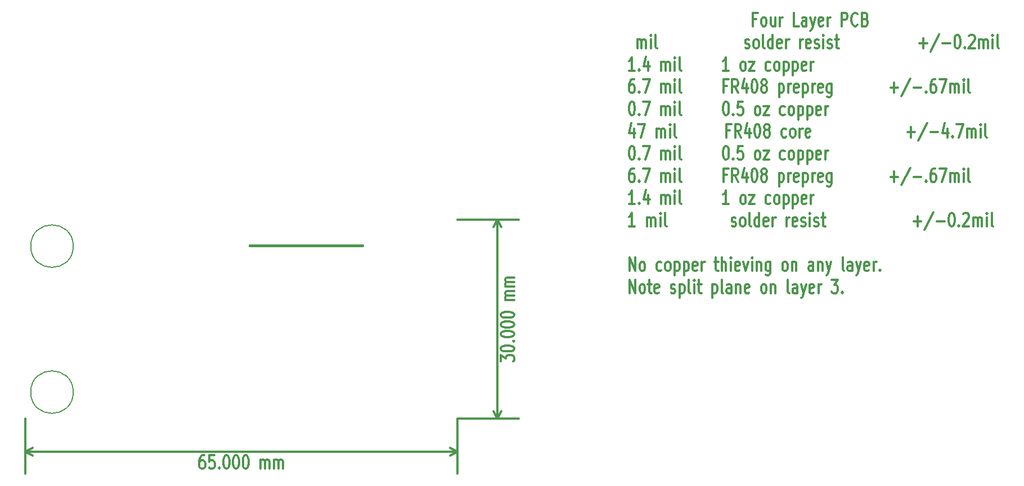
<source format=gbr>
G04 #@! TF.GenerationSoftware,KiCad,Pcbnew,(5.0.0)*
G04 #@! TF.CreationDate,2018-09-16T16:08:27-07:00*
G04 #@! TF.ProjectId,HamShieldMini1.2,48616D536869656C644D696E69312E32,rev?*
G04 #@! TF.SameCoordinates,PX459e440PY8f0d180*
G04 #@! TF.FileFunction,Other,Comment*
%FSLAX46Y46*%
G04 Gerber Fmt 4.6, Leading zero omitted, Abs format (unit mm)*
G04 Created by KiCad (PCBNEW (5.0.0)) date 09/16/18 16:08:27*
%MOMM*%
%LPD*%
G01*
G04 APERTURE LIST*
%ADD10C,0.381000*%
%ADD11C,0.304800*%
%ADD12C,0.150000*%
G04 APERTURE END LIST*
D10*
X33750000Y26100000D02*
X50700000Y26100000D01*
D11*
X71512838Y8613715D02*
X71512838Y9557143D01*
X72286933Y9049143D01*
X72286933Y9266858D01*
X72383695Y9412000D01*
X72480457Y9484572D01*
X72673980Y9557143D01*
X73157790Y9557143D01*
X73351314Y9484572D01*
X73448076Y9412000D01*
X73544838Y9266858D01*
X73544838Y8831429D01*
X73448076Y8686286D01*
X73351314Y8613715D01*
X71512838Y10500572D02*
X71512838Y10645715D01*
X71609600Y10790858D01*
X71706361Y10863429D01*
X71899885Y10936000D01*
X72286933Y11008572D01*
X72770742Y11008572D01*
X73157790Y10936000D01*
X73351314Y10863429D01*
X73448076Y10790858D01*
X73544838Y10645715D01*
X73544838Y10500572D01*
X73448076Y10355429D01*
X73351314Y10282858D01*
X73157790Y10210286D01*
X72770742Y10137715D01*
X72286933Y10137715D01*
X71899885Y10210286D01*
X71706361Y10282858D01*
X71609600Y10355429D01*
X71512838Y10500572D01*
X73351314Y11661715D02*
X73448076Y11734286D01*
X73544838Y11661715D01*
X73448076Y11589143D01*
X73351314Y11661715D01*
X73544838Y11661715D01*
X71512838Y12677715D02*
X71512838Y12822858D01*
X71609600Y12968000D01*
X71706361Y13040572D01*
X71899885Y13113143D01*
X72286933Y13185715D01*
X72770742Y13185715D01*
X73157790Y13113143D01*
X73351314Y13040572D01*
X73448076Y12968000D01*
X73544838Y12822858D01*
X73544838Y12677715D01*
X73448076Y12532572D01*
X73351314Y12460000D01*
X73157790Y12387429D01*
X72770742Y12314858D01*
X72286933Y12314858D01*
X71899885Y12387429D01*
X71706361Y12460000D01*
X71609600Y12532572D01*
X71512838Y12677715D01*
X71512838Y14129143D02*
X71512838Y14274286D01*
X71609600Y14419429D01*
X71706361Y14492000D01*
X71899885Y14564572D01*
X72286933Y14637143D01*
X72770742Y14637143D01*
X73157790Y14564572D01*
X73351314Y14492000D01*
X73448076Y14419429D01*
X73544838Y14274286D01*
X73544838Y14129143D01*
X73448076Y13984000D01*
X73351314Y13911429D01*
X73157790Y13838858D01*
X72770742Y13766286D01*
X72286933Y13766286D01*
X71899885Y13838858D01*
X71706361Y13911429D01*
X71609600Y13984000D01*
X71512838Y14129143D01*
X71512838Y15580572D02*
X71512838Y15725715D01*
X71609600Y15870858D01*
X71706361Y15943429D01*
X71899885Y16016000D01*
X72286933Y16088572D01*
X72770742Y16088572D01*
X73157790Y16016000D01*
X73351314Y15943429D01*
X73448076Y15870858D01*
X73544838Y15725715D01*
X73544838Y15580572D01*
X73448076Y15435429D01*
X73351314Y15362858D01*
X73157790Y15290286D01*
X72770742Y15217715D01*
X72286933Y15217715D01*
X71899885Y15290286D01*
X71706361Y15362858D01*
X71609600Y15435429D01*
X71512838Y15580572D01*
X73544838Y17902858D02*
X72190171Y17902858D01*
X72383695Y17902858D02*
X72286933Y17975429D01*
X72190171Y18120572D01*
X72190171Y18338286D01*
X72286933Y18483429D01*
X72480457Y18556000D01*
X73544838Y18556000D01*
X72480457Y18556000D02*
X72286933Y18628572D01*
X72190171Y18773715D01*
X72190171Y18991429D01*
X72286933Y19136572D01*
X72480457Y19209143D01*
X73544838Y19209143D01*
X73544838Y19934858D02*
X72190171Y19934858D01*
X72383695Y19934858D02*
X72286933Y20007429D01*
X72190171Y20152572D01*
X72190171Y20370286D01*
X72286933Y20515429D01*
X72480457Y20588000D01*
X73544838Y20588000D01*
X72480457Y20588000D02*
X72286933Y20660572D01*
X72190171Y20805715D01*
X72190171Y21023429D01*
X72286933Y21168572D01*
X72480457Y21241143D01*
X73544838Y21241143D01*
X71000000Y0D02*
X71000000Y30000000D01*
X65000000Y0D02*
X74251200Y0D01*
X65000000Y30000000D02*
X74251200Y30000000D01*
X71000000Y30000000D02*
X71586421Y28873496D01*
X71000000Y30000000D02*
X70413579Y28873496D01*
X71000000Y0D02*
X71586421Y1126504D01*
X71000000Y0D02*
X70413579Y1126504D01*
X26912000Y-5512838D02*
X26621714Y-5512838D01*
X26476571Y-5609600D01*
X26404000Y-5706361D01*
X26258857Y-5996647D01*
X26186285Y-6383695D01*
X26186285Y-7157790D01*
X26258857Y-7351314D01*
X26331428Y-7448076D01*
X26476571Y-7544838D01*
X26766857Y-7544838D01*
X26912000Y-7448076D01*
X26984571Y-7351314D01*
X27057142Y-7157790D01*
X27057142Y-6673980D01*
X26984571Y-6480457D01*
X26912000Y-6383695D01*
X26766857Y-6286933D01*
X26476571Y-6286933D01*
X26331428Y-6383695D01*
X26258857Y-6480457D01*
X26186285Y-6673980D01*
X28436000Y-5512838D02*
X27710285Y-5512838D01*
X27637714Y-6480457D01*
X27710285Y-6383695D01*
X27855428Y-6286933D01*
X28218285Y-6286933D01*
X28363428Y-6383695D01*
X28436000Y-6480457D01*
X28508571Y-6673980D01*
X28508571Y-7157790D01*
X28436000Y-7351314D01*
X28363428Y-7448076D01*
X28218285Y-7544838D01*
X27855428Y-7544838D01*
X27710285Y-7448076D01*
X27637714Y-7351314D01*
X29161714Y-7351314D02*
X29234285Y-7448076D01*
X29161714Y-7544838D01*
X29089142Y-7448076D01*
X29161714Y-7351314D01*
X29161714Y-7544838D01*
X30177714Y-5512838D02*
X30322857Y-5512838D01*
X30468000Y-5609600D01*
X30540571Y-5706361D01*
X30613142Y-5899885D01*
X30685714Y-6286933D01*
X30685714Y-6770742D01*
X30613142Y-7157790D01*
X30540571Y-7351314D01*
X30468000Y-7448076D01*
X30322857Y-7544838D01*
X30177714Y-7544838D01*
X30032571Y-7448076D01*
X29960000Y-7351314D01*
X29887428Y-7157790D01*
X29814857Y-6770742D01*
X29814857Y-6286933D01*
X29887428Y-5899885D01*
X29960000Y-5706361D01*
X30032571Y-5609600D01*
X30177714Y-5512838D01*
X31629142Y-5512838D02*
X31774285Y-5512838D01*
X31919428Y-5609600D01*
X31992000Y-5706361D01*
X32064571Y-5899885D01*
X32137142Y-6286933D01*
X32137142Y-6770742D01*
X32064571Y-7157790D01*
X31992000Y-7351314D01*
X31919428Y-7448076D01*
X31774285Y-7544838D01*
X31629142Y-7544838D01*
X31484000Y-7448076D01*
X31411428Y-7351314D01*
X31338857Y-7157790D01*
X31266285Y-6770742D01*
X31266285Y-6286933D01*
X31338857Y-5899885D01*
X31411428Y-5706361D01*
X31484000Y-5609600D01*
X31629142Y-5512838D01*
X33080571Y-5512838D02*
X33225714Y-5512838D01*
X33370857Y-5609600D01*
X33443428Y-5706361D01*
X33516000Y-5899885D01*
X33588571Y-6286933D01*
X33588571Y-6770742D01*
X33516000Y-7157790D01*
X33443428Y-7351314D01*
X33370857Y-7448076D01*
X33225714Y-7544838D01*
X33080571Y-7544838D01*
X32935428Y-7448076D01*
X32862857Y-7351314D01*
X32790285Y-7157790D01*
X32717714Y-6770742D01*
X32717714Y-6286933D01*
X32790285Y-5899885D01*
X32862857Y-5706361D01*
X32935428Y-5609600D01*
X33080571Y-5512838D01*
X35402857Y-7544838D02*
X35402857Y-6190171D01*
X35402857Y-6383695D02*
X35475428Y-6286933D01*
X35620571Y-6190171D01*
X35838285Y-6190171D01*
X35983428Y-6286933D01*
X36056000Y-6480457D01*
X36056000Y-7544838D01*
X36056000Y-6480457D02*
X36128571Y-6286933D01*
X36273714Y-6190171D01*
X36491428Y-6190171D01*
X36636571Y-6286933D01*
X36709142Y-6480457D01*
X36709142Y-7544838D01*
X37434857Y-7544838D02*
X37434857Y-6190171D01*
X37434857Y-6383695D02*
X37507428Y-6286933D01*
X37652571Y-6190171D01*
X37870285Y-6190171D01*
X38015428Y-6286933D01*
X38088000Y-6480457D01*
X38088000Y-7544838D01*
X38088000Y-6480457D02*
X38160571Y-6286933D01*
X38305714Y-6190171D01*
X38523428Y-6190171D01*
X38668571Y-6286933D01*
X38741142Y-6480457D01*
X38741142Y-7544838D01*
X0Y-5000000D02*
X65000000Y-5000000D01*
X0Y0D02*
X0Y-8251200D01*
X65000000Y0D02*
X65000000Y-8251200D01*
X65000000Y-5000000D02*
X63873496Y-5586421D01*
X65000000Y-5000000D02*
X63873496Y-4413579D01*
X0Y-5000000D02*
X1126504Y-5586421D01*
X0Y-5000000D02*
X1126504Y-4413579D01*
X109997262Y60211943D02*
X109489262Y60211943D01*
X109489262Y59147562D02*
X109489262Y61179562D01*
X110214977Y61179562D01*
X111013262Y59147562D02*
X110868120Y59244324D01*
X110795548Y59341086D01*
X110722977Y59534610D01*
X110722977Y60115181D01*
X110795548Y60308705D01*
X110868120Y60405467D01*
X111013262Y60502229D01*
X111230977Y60502229D01*
X111376120Y60405467D01*
X111448691Y60308705D01*
X111521262Y60115181D01*
X111521262Y59534610D01*
X111448691Y59341086D01*
X111376120Y59244324D01*
X111230977Y59147562D01*
X111013262Y59147562D01*
X112827548Y60502229D02*
X112827548Y59147562D01*
X112174405Y60502229D02*
X112174405Y59437848D01*
X112246977Y59244324D01*
X112392120Y59147562D01*
X112609834Y59147562D01*
X112754977Y59244324D01*
X112827548Y59341086D01*
X113553262Y59147562D02*
X113553262Y60502229D01*
X113553262Y60115181D02*
X113625834Y60308705D01*
X113698405Y60405467D01*
X113843548Y60502229D01*
X113988691Y60502229D01*
X116383548Y59147562D02*
X115657834Y59147562D01*
X115657834Y61179562D01*
X117544691Y59147562D02*
X117544691Y60211943D01*
X117472120Y60405467D01*
X117326977Y60502229D01*
X117036691Y60502229D01*
X116891548Y60405467D01*
X117544691Y59244324D02*
X117399548Y59147562D01*
X117036691Y59147562D01*
X116891548Y59244324D01*
X116818977Y59437848D01*
X116818977Y59631372D01*
X116891548Y59824896D01*
X117036691Y59921658D01*
X117399548Y59921658D01*
X117544691Y60018420D01*
X118125262Y60502229D02*
X118488120Y59147562D01*
X118850977Y60502229D02*
X118488120Y59147562D01*
X118342977Y58663753D01*
X118270405Y58566991D01*
X118125262Y58470229D01*
X120012120Y59244324D02*
X119866977Y59147562D01*
X119576691Y59147562D01*
X119431548Y59244324D01*
X119358977Y59437848D01*
X119358977Y60211943D01*
X119431548Y60405467D01*
X119576691Y60502229D01*
X119866977Y60502229D01*
X120012120Y60405467D01*
X120084691Y60211943D01*
X120084691Y60018420D01*
X119358977Y59824896D01*
X120737834Y59147562D02*
X120737834Y60502229D01*
X120737834Y60115181D02*
X120810405Y60308705D01*
X120882977Y60405467D01*
X121028120Y60502229D01*
X121173262Y60502229D01*
X122842405Y59147562D02*
X122842405Y61179562D01*
X123422977Y61179562D01*
X123568120Y61082800D01*
X123640691Y60986039D01*
X123713262Y60792515D01*
X123713262Y60502229D01*
X123640691Y60308705D01*
X123568120Y60211943D01*
X123422977Y60115181D01*
X122842405Y60115181D01*
X125237262Y59341086D02*
X125164691Y59244324D01*
X124946977Y59147562D01*
X124801834Y59147562D01*
X124584120Y59244324D01*
X124438977Y59437848D01*
X124366405Y59631372D01*
X124293834Y60018420D01*
X124293834Y60308705D01*
X124366405Y60695753D01*
X124438977Y60889277D01*
X124584120Y61082800D01*
X124801834Y61179562D01*
X124946977Y61179562D01*
X125164691Y61082800D01*
X125237262Y60986039D01*
X126398405Y60211943D02*
X126616120Y60115181D01*
X126688691Y60018420D01*
X126761262Y59824896D01*
X126761262Y59534610D01*
X126688691Y59341086D01*
X126616120Y59244324D01*
X126470977Y59147562D01*
X125890405Y59147562D01*
X125890405Y61179562D01*
X126398405Y61179562D01*
X126543548Y61082800D01*
X126616120Y60986039D01*
X126688691Y60792515D01*
X126688691Y60598991D01*
X126616120Y60405467D01*
X126543548Y60308705D01*
X126398405Y60211943D01*
X125890405Y60211943D01*
X92072120Y55794762D02*
X92072120Y57149429D01*
X92072120Y56955905D02*
X92144691Y57052667D01*
X92289834Y57149429D01*
X92507548Y57149429D01*
X92652691Y57052667D01*
X92725262Y56859143D01*
X92725262Y55794762D01*
X92725262Y56859143D02*
X92797834Y57052667D01*
X92942977Y57149429D01*
X93160691Y57149429D01*
X93305834Y57052667D01*
X93378405Y56859143D01*
X93378405Y55794762D01*
X94104120Y55794762D02*
X94104120Y57149429D01*
X94104120Y57826762D02*
X94031548Y57730000D01*
X94104120Y57633239D01*
X94176691Y57730000D01*
X94104120Y57826762D01*
X94104120Y57633239D01*
X95047548Y55794762D02*
X94902405Y55891524D01*
X94829834Y56085048D01*
X94829834Y57826762D01*
X108328120Y55891524D02*
X108473262Y55794762D01*
X108763548Y55794762D01*
X108908691Y55891524D01*
X108981262Y56085048D01*
X108981262Y56181810D01*
X108908691Y56375334D01*
X108763548Y56472096D01*
X108545834Y56472096D01*
X108400691Y56568858D01*
X108328120Y56762381D01*
X108328120Y56859143D01*
X108400691Y57052667D01*
X108545834Y57149429D01*
X108763548Y57149429D01*
X108908691Y57052667D01*
X109852120Y55794762D02*
X109706977Y55891524D01*
X109634405Y55988286D01*
X109561834Y56181810D01*
X109561834Y56762381D01*
X109634405Y56955905D01*
X109706977Y57052667D01*
X109852120Y57149429D01*
X110069834Y57149429D01*
X110214977Y57052667D01*
X110287548Y56955905D01*
X110360120Y56762381D01*
X110360120Y56181810D01*
X110287548Y55988286D01*
X110214977Y55891524D01*
X110069834Y55794762D01*
X109852120Y55794762D01*
X111230977Y55794762D02*
X111085834Y55891524D01*
X111013262Y56085048D01*
X111013262Y57826762D01*
X112464691Y55794762D02*
X112464691Y57826762D01*
X112464691Y55891524D02*
X112319548Y55794762D01*
X112029262Y55794762D01*
X111884120Y55891524D01*
X111811548Y55988286D01*
X111738977Y56181810D01*
X111738977Y56762381D01*
X111811548Y56955905D01*
X111884120Y57052667D01*
X112029262Y57149429D01*
X112319548Y57149429D01*
X112464691Y57052667D01*
X113770977Y55891524D02*
X113625834Y55794762D01*
X113335548Y55794762D01*
X113190405Y55891524D01*
X113117834Y56085048D01*
X113117834Y56859143D01*
X113190405Y57052667D01*
X113335548Y57149429D01*
X113625834Y57149429D01*
X113770977Y57052667D01*
X113843548Y56859143D01*
X113843548Y56665620D01*
X113117834Y56472096D01*
X114496691Y55794762D02*
X114496691Y57149429D01*
X114496691Y56762381D02*
X114569262Y56955905D01*
X114641834Y57052667D01*
X114786977Y57149429D01*
X114932120Y57149429D01*
X116601262Y55794762D02*
X116601262Y57149429D01*
X116601262Y56762381D02*
X116673834Y56955905D01*
X116746405Y57052667D01*
X116891548Y57149429D01*
X117036691Y57149429D01*
X118125262Y55891524D02*
X117980120Y55794762D01*
X117689834Y55794762D01*
X117544691Y55891524D01*
X117472120Y56085048D01*
X117472120Y56859143D01*
X117544691Y57052667D01*
X117689834Y57149429D01*
X117980120Y57149429D01*
X118125262Y57052667D01*
X118197834Y56859143D01*
X118197834Y56665620D01*
X117472120Y56472096D01*
X118778405Y55891524D02*
X118923548Y55794762D01*
X119213834Y55794762D01*
X119358977Y55891524D01*
X119431548Y56085048D01*
X119431548Y56181810D01*
X119358977Y56375334D01*
X119213834Y56472096D01*
X118996120Y56472096D01*
X118850977Y56568858D01*
X118778405Y56762381D01*
X118778405Y56859143D01*
X118850977Y57052667D01*
X118996120Y57149429D01*
X119213834Y57149429D01*
X119358977Y57052667D01*
X120084691Y55794762D02*
X120084691Y57149429D01*
X120084691Y57826762D02*
X120012120Y57730000D01*
X120084691Y57633239D01*
X120157262Y57730000D01*
X120084691Y57826762D01*
X120084691Y57633239D01*
X120737834Y55891524D02*
X120882977Y55794762D01*
X121173262Y55794762D01*
X121318405Y55891524D01*
X121390977Y56085048D01*
X121390977Y56181810D01*
X121318405Y56375334D01*
X121173262Y56472096D01*
X120955548Y56472096D01*
X120810405Y56568858D01*
X120737834Y56762381D01*
X120737834Y56859143D01*
X120810405Y57052667D01*
X120955548Y57149429D01*
X121173262Y57149429D01*
X121318405Y57052667D01*
X121826405Y57149429D02*
X122406977Y57149429D01*
X122044120Y57826762D02*
X122044120Y56085048D01*
X122116691Y55891524D01*
X122261834Y55794762D01*
X122406977Y55794762D01*
X134526405Y56568858D02*
X135687548Y56568858D01*
X135106977Y55794762D02*
X135106977Y57342953D01*
X137501834Y57923524D02*
X136195548Y55310953D01*
X138009834Y56568858D02*
X139170977Y56568858D01*
X140186977Y57826762D02*
X140332120Y57826762D01*
X140477262Y57730000D01*
X140549834Y57633239D01*
X140622405Y57439715D01*
X140694977Y57052667D01*
X140694977Y56568858D01*
X140622405Y56181810D01*
X140549834Y55988286D01*
X140477262Y55891524D01*
X140332120Y55794762D01*
X140186977Y55794762D01*
X140041834Y55891524D01*
X139969262Y55988286D01*
X139896691Y56181810D01*
X139824120Y56568858D01*
X139824120Y57052667D01*
X139896691Y57439715D01*
X139969262Y57633239D01*
X140041834Y57730000D01*
X140186977Y57826762D01*
X141348120Y55988286D02*
X141420691Y55891524D01*
X141348120Y55794762D01*
X141275548Y55891524D01*
X141348120Y55988286D01*
X141348120Y55794762D01*
X142001262Y57633239D02*
X142073834Y57730000D01*
X142218977Y57826762D01*
X142581834Y57826762D01*
X142726977Y57730000D01*
X142799548Y57633239D01*
X142872120Y57439715D01*
X142872120Y57246191D01*
X142799548Y56955905D01*
X141928691Y55794762D01*
X142872120Y55794762D01*
X143525262Y55794762D02*
X143525262Y57149429D01*
X143525262Y56955905D02*
X143597834Y57052667D01*
X143742977Y57149429D01*
X143960691Y57149429D01*
X144105834Y57052667D01*
X144178405Y56859143D01*
X144178405Y55794762D01*
X144178405Y56859143D02*
X144250977Y57052667D01*
X144396120Y57149429D01*
X144613834Y57149429D01*
X144758977Y57052667D01*
X144831548Y56859143D01*
X144831548Y55794762D01*
X145557262Y55794762D02*
X145557262Y57149429D01*
X145557262Y57826762D02*
X145484691Y57730000D01*
X145557262Y57633239D01*
X145629834Y57730000D01*
X145557262Y57826762D01*
X145557262Y57633239D01*
X146500691Y55794762D02*
X146355548Y55891524D01*
X146282977Y56085048D01*
X146282977Y57826762D01*
X91709262Y52441962D02*
X90838405Y52441962D01*
X91273834Y52441962D02*
X91273834Y54473962D01*
X91128691Y54183677D01*
X90983548Y53990153D01*
X90838405Y53893391D01*
X92362405Y52635486D02*
X92434977Y52538724D01*
X92362405Y52441962D01*
X92289834Y52538724D01*
X92362405Y52635486D01*
X92362405Y52441962D01*
X93741262Y53796629D02*
X93741262Y52441962D01*
X93378405Y54570724D02*
X93015548Y53119296D01*
X93958977Y53119296D01*
X95700691Y52441962D02*
X95700691Y53796629D01*
X95700691Y53603105D02*
X95773262Y53699867D01*
X95918405Y53796629D01*
X96136120Y53796629D01*
X96281262Y53699867D01*
X96353834Y53506343D01*
X96353834Y52441962D01*
X96353834Y53506343D02*
X96426405Y53699867D01*
X96571548Y53796629D01*
X96789262Y53796629D01*
X96934405Y53699867D01*
X97006977Y53506343D01*
X97006977Y52441962D01*
X97732691Y52441962D02*
X97732691Y53796629D01*
X97732691Y54473962D02*
X97660120Y54377200D01*
X97732691Y54280439D01*
X97805262Y54377200D01*
X97732691Y54473962D01*
X97732691Y54280439D01*
X98676120Y52441962D02*
X98530977Y52538724D01*
X98458405Y52732248D01*
X98458405Y54473962D01*
X105860691Y52441962D02*
X104989834Y52441962D01*
X105425262Y52441962D02*
X105425262Y54473962D01*
X105280120Y54183677D01*
X105134977Y53990153D01*
X104989834Y53893391D01*
X107892691Y52441962D02*
X107747548Y52538724D01*
X107674977Y52635486D01*
X107602405Y52829010D01*
X107602405Y53409581D01*
X107674977Y53603105D01*
X107747548Y53699867D01*
X107892691Y53796629D01*
X108110405Y53796629D01*
X108255548Y53699867D01*
X108328120Y53603105D01*
X108400691Y53409581D01*
X108400691Y52829010D01*
X108328120Y52635486D01*
X108255548Y52538724D01*
X108110405Y52441962D01*
X107892691Y52441962D01*
X108908691Y53796629D02*
X109706977Y53796629D01*
X108908691Y52441962D01*
X109706977Y52441962D01*
X112101834Y52538724D02*
X111956691Y52441962D01*
X111666405Y52441962D01*
X111521262Y52538724D01*
X111448691Y52635486D01*
X111376120Y52829010D01*
X111376120Y53409581D01*
X111448691Y53603105D01*
X111521262Y53699867D01*
X111666405Y53796629D01*
X111956691Y53796629D01*
X112101834Y53699867D01*
X112972691Y52441962D02*
X112827548Y52538724D01*
X112754977Y52635486D01*
X112682405Y52829010D01*
X112682405Y53409581D01*
X112754977Y53603105D01*
X112827548Y53699867D01*
X112972691Y53796629D01*
X113190405Y53796629D01*
X113335548Y53699867D01*
X113408120Y53603105D01*
X113480691Y53409581D01*
X113480691Y52829010D01*
X113408120Y52635486D01*
X113335548Y52538724D01*
X113190405Y52441962D01*
X112972691Y52441962D01*
X114133834Y53796629D02*
X114133834Y51764629D01*
X114133834Y53699867D02*
X114278977Y53796629D01*
X114569262Y53796629D01*
X114714405Y53699867D01*
X114786977Y53603105D01*
X114859548Y53409581D01*
X114859548Y52829010D01*
X114786977Y52635486D01*
X114714405Y52538724D01*
X114569262Y52441962D01*
X114278977Y52441962D01*
X114133834Y52538724D01*
X115512691Y53796629D02*
X115512691Y51764629D01*
X115512691Y53699867D02*
X115657834Y53796629D01*
X115948120Y53796629D01*
X116093262Y53699867D01*
X116165834Y53603105D01*
X116238405Y53409581D01*
X116238405Y52829010D01*
X116165834Y52635486D01*
X116093262Y52538724D01*
X115948120Y52441962D01*
X115657834Y52441962D01*
X115512691Y52538724D01*
X117472120Y52538724D02*
X117326977Y52441962D01*
X117036691Y52441962D01*
X116891548Y52538724D01*
X116818977Y52732248D01*
X116818977Y53506343D01*
X116891548Y53699867D01*
X117036691Y53796629D01*
X117326977Y53796629D01*
X117472120Y53699867D01*
X117544691Y53506343D01*
X117544691Y53312820D01*
X116818977Y53119296D01*
X118197834Y52441962D02*
X118197834Y53796629D01*
X118197834Y53409581D02*
X118270405Y53603105D01*
X118342977Y53699867D01*
X118488120Y53796629D01*
X118633262Y53796629D01*
X91564120Y51121162D02*
X91273834Y51121162D01*
X91128691Y51024400D01*
X91056120Y50927639D01*
X90910977Y50637353D01*
X90838405Y50250305D01*
X90838405Y49476210D01*
X90910977Y49282686D01*
X90983548Y49185924D01*
X91128691Y49089162D01*
X91418977Y49089162D01*
X91564120Y49185924D01*
X91636691Y49282686D01*
X91709262Y49476210D01*
X91709262Y49960020D01*
X91636691Y50153543D01*
X91564120Y50250305D01*
X91418977Y50347067D01*
X91128691Y50347067D01*
X90983548Y50250305D01*
X90910977Y50153543D01*
X90838405Y49960020D01*
X92362405Y49282686D02*
X92434977Y49185924D01*
X92362405Y49089162D01*
X92289834Y49185924D01*
X92362405Y49282686D01*
X92362405Y49089162D01*
X92942977Y51121162D02*
X93958977Y51121162D01*
X93305834Y49089162D01*
X95700691Y49089162D02*
X95700691Y50443829D01*
X95700691Y50250305D02*
X95773262Y50347067D01*
X95918405Y50443829D01*
X96136120Y50443829D01*
X96281262Y50347067D01*
X96353834Y50153543D01*
X96353834Y49089162D01*
X96353834Y50153543D02*
X96426405Y50347067D01*
X96571548Y50443829D01*
X96789262Y50443829D01*
X96934405Y50347067D01*
X97006977Y50153543D01*
X97006977Y49089162D01*
X97732691Y49089162D02*
X97732691Y50443829D01*
X97732691Y51121162D02*
X97660120Y51024400D01*
X97732691Y50927639D01*
X97805262Y51024400D01*
X97732691Y51121162D01*
X97732691Y50927639D01*
X98676120Y49089162D02*
X98530977Y49185924D01*
X98458405Y49379448D01*
X98458405Y51121162D01*
X105570405Y50153543D02*
X105062405Y50153543D01*
X105062405Y49089162D02*
X105062405Y51121162D01*
X105788120Y51121162D01*
X107239548Y49089162D02*
X106731548Y50056781D01*
X106368691Y49089162D02*
X106368691Y51121162D01*
X106949262Y51121162D01*
X107094405Y51024400D01*
X107166977Y50927639D01*
X107239548Y50734115D01*
X107239548Y50443829D01*
X107166977Y50250305D01*
X107094405Y50153543D01*
X106949262Y50056781D01*
X106368691Y50056781D01*
X108545834Y50443829D02*
X108545834Y49089162D01*
X108182977Y51217924D02*
X107820120Y49766496D01*
X108763548Y49766496D01*
X109634405Y51121162D02*
X109779548Y51121162D01*
X109924691Y51024400D01*
X109997262Y50927639D01*
X110069834Y50734115D01*
X110142405Y50347067D01*
X110142405Y49863258D01*
X110069834Y49476210D01*
X109997262Y49282686D01*
X109924691Y49185924D01*
X109779548Y49089162D01*
X109634405Y49089162D01*
X109489262Y49185924D01*
X109416691Y49282686D01*
X109344120Y49476210D01*
X109271548Y49863258D01*
X109271548Y50347067D01*
X109344120Y50734115D01*
X109416691Y50927639D01*
X109489262Y51024400D01*
X109634405Y51121162D01*
X111013262Y50250305D02*
X110868120Y50347067D01*
X110795548Y50443829D01*
X110722977Y50637353D01*
X110722977Y50734115D01*
X110795548Y50927639D01*
X110868120Y51024400D01*
X111013262Y51121162D01*
X111303548Y51121162D01*
X111448691Y51024400D01*
X111521262Y50927639D01*
X111593834Y50734115D01*
X111593834Y50637353D01*
X111521262Y50443829D01*
X111448691Y50347067D01*
X111303548Y50250305D01*
X111013262Y50250305D01*
X110868120Y50153543D01*
X110795548Y50056781D01*
X110722977Y49863258D01*
X110722977Y49476210D01*
X110795548Y49282686D01*
X110868120Y49185924D01*
X111013262Y49089162D01*
X111303548Y49089162D01*
X111448691Y49185924D01*
X111521262Y49282686D01*
X111593834Y49476210D01*
X111593834Y49863258D01*
X111521262Y50056781D01*
X111448691Y50153543D01*
X111303548Y50250305D01*
X113408120Y50443829D02*
X113408120Y48411829D01*
X113408120Y50347067D02*
X113553262Y50443829D01*
X113843548Y50443829D01*
X113988691Y50347067D01*
X114061262Y50250305D01*
X114133834Y50056781D01*
X114133834Y49476210D01*
X114061262Y49282686D01*
X113988691Y49185924D01*
X113843548Y49089162D01*
X113553262Y49089162D01*
X113408120Y49185924D01*
X114786977Y49089162D02*
X114786977Y50443829D01*
X114786977Y50056781D02*
X114859548Y50250305D01*
X114932120Y50347067D01*
X115077262Y50443829D01*
X115222405Y50443829D01*
X116310977Y49185924D02*
X116165834Y49089162D01*
X115875548Y49089162D01*
X115730405Y49185924D01*
X115657834Y49379448D01*
X115657834Y50153543D01*
X115730405Y50347067D01*
X115875548Y50443829D01*
X116165834Y50443829D01*
X116310977Y50347067D01*
X116383548Y50153543D01*
X116383548Y49960020D01*
X115657834Y49766496D01*
X117036691Y50443829D02*
X117036691Y48411829D01*
X117036691Y50347067D02*
X117181834Y50443829D01*
X117472120Y50443829D01*
X117617262Y50347067D01*
X117689834Y50250305D01*
X117762405Y50056781D01*
X117762405Y49476210D01*
X117689834Y49282686D01*
X117617262Y49185924D01*
X117472120Y49089162D01*
X117181834Y49089162D01*
X117036691Y49185924D01*
X118415548Y49089162D02*
X118415548Y50443829D01*
X118415548Y50056781D02*
X118488120Y50250305D01*
X118560691Y50347067D01*
X118705834Y50443829D01*
X118850977Y50443829D01*
X119939548Y49185924D02*
X119794405Y49089162D01*
X119504120Y49089162D01*
X119358977Y49185924D01*
X119286405Y49379448D01*
X119286405Y50153543D01*
X119358977Y50347067D01*
X119504120Y50443829D01*
X119794405Y50443829D01*
X119939548Y50347067D01*
X120012120Y50153543D01*
X120012120Y49960020D01*
X119286405Y49766496D01*
X121318405Y50443829D02*
X121318405Y48798877D01*
X121245834Y48605353D01*
X121173262Y48508591D01*
X121028120Y48411829D01*
X120810405Y48411829D01*
X120665262Y48508591D01*
X121318405Y49185924D02*
X121173262Y49089162D01*
X120882977Y49089162D01*
X120737834Y49185924D01*
X120665262Y49282686D01*
X120592691Y49476210D01*
X120592691Y50056781D01*
X120665262Y50250305D01*
X120737834Y50347067D01*
X120882977Y50443829D01*
X121173262Y50443829D01*
X121318405Y50347067D01*
X130172120Y49863258D02*
X131333262Y49863258D01*
X130752691Y49089162D02*
X130752691Y50637353D01*
X133147548Y51217924D02*
X131841262Y48605353D01*
X133655548Y49863258D02*
X134816691Y49863258D01*
X135542405Y49282686D02*
X135614977Y49185924D01*
X135542405Y49089162D01*
X135469834Y49185924D01*
X135542405Y49282686D01*
X135542405Y49089162D01*
X136921262Y51121162D02*
X136630977Y51121162D01*
X136485834Y51024400D01*
X136413262Y50927639D01*
X136268120Y50637353D01*
X136195548Y50250305D01*
X136195548Y49476210D01*
X136268120Y49282686D01*
X136340691Y49185924D01*
X136485834Y49089162D01*
X136776120Y49089162D01*
X136921262Y49185924D01*
X136993834Y49282686D01*
X137066405Y49476210D01*
X137066405Y49960020D01*
X136993834Y50153543D01*
X136921262Y50250305D01*
X136776120Y50347067D01*
X136485834Y50347067D01*
X136340691Y50250305D01*
X136268120Y50153543D01*
X136195548Y49960020D01*
X137574405Y51121162D02*
X138590405Y51121162D01*
X137937262Y49089162D01*
X139170977Y49089162D02*
X139170977Y50443829D01*
X139170977Y50250305D02*
X139243548Y50347067D01*
X139388691Y50443829D01*
X139606405Y50443829D01*
X139751548Y50347067D01*
X139824120Y50153543D01*
X139824120Y49089162D01*
X139824120Y50153543D02*
X139896691Y50347067D01*
X140041834Y50443829D01*
X140259548Y50443829D01*
X140404691Y50347067D01*
X140477262Y50153543D01*
X140477262Y49089162D01*
X141202977Y49089162D02*
X141202977Y50443829D01*
X141202977Y51121162D02*
X141130405Y51024400D01*
X141202977Y50927639D01*
X141275548Y51024400D01*
X141202977Y51121162D01*
X141202977Y50927639D01*
X142146405Y49089162D02*
X142001262Y49185924D01*
X141928691Y49379448D01*
X141928691Y51121162D01*
X91201262Y47768362D02*
X91346405Y47768362D01*
X91491548Y47671600D01*
X91564120Y47574839D01*
X91636691Y47381315D01*
X91709262Y46994267D01*
X91709262Y46510458D01*
X91636691Y46123410D01*
X91564120Y45929886D01*
X91491548Y45833124D01*
X91346405Y45736362D01*
X91201262Y45736362D01*
X91056120Y45833124D01*
X90983548Y45929886D01*
X90910977Y46123410D01*
X90838405Y46510458D01*
X90838405Y46994267D01*
X90910977Y47381315D01*
X90983548Y47574839D01*
X91056120Y47671600D01*
X91201262Y47768362D01*
X92362405Y45929886D02*
X92434977Y45833124D01*
X92362405Y45736362D01*
X92289834Y45833124D01*
X92362405Y45929886D01*
X92362405Y45736362D01*
X92942977Y47768362D02*
X93958977Y47768362D01*
X93305834Y45736362D01*
X95700691Y45736362D02*
X95700691Y47091029D01*
X95700691Y46897505D02*
X95773262Y46994267D01*
X95918405Y47091029D01*
X96136120Y47091029D01*
X96281262Y46994267D01*
X96353834Y46800743D01*
X96353834Y45736362D01*
X96353834Y46800743D02*
X96426405Y46994267D01*
X96571548Y47091029D01*
X96789262Y47091029D01*
X96934405Y46994267D01*
X97006977Y46800743D01*
X97006977Y45736362D01*
X97732691Y45736362D02*
X97732691Y47091029D01*
X97732691Y47768362D02*
X97660120Y47671600D01*
X97732691Y47574839D01*
X97805262Y47671600D01*
X97732691Y47768362D01*
X97732691Y47574839D01*
X98676120Y45736362D02*
X98530977Y45833124D01*
X98458405Y46026648D01*
X98458405Y47768362D01*
X105352691Y47768362D02*
X105497834Y47768362D01*
X105642977Y47671600D01*
X105715548Y47574839D01*
X105788120Y47381315D01*
X105860691Y46994267D01*
X105860691Y46510458D01*
X105788120Y46123410D01*
X105715548Y45929886D01*
X105642977Y45833124D01*
X105497834Y45736362D01*
X105352691Y45736362D01*
X105207548Y45833124D01*
X105134977Y45929886D01*
X105062405Y46123410D01*
X104989834Y46510458D01*
X104989834Y46994267D01*
X105062405Y47381315D01*
X105134977Y47574839D01*
X105207548Y47671600D01*
X105352691Y47768362D01*
X106513834Y45929886D02*
X106586405Y45833124D01*
X106513834Y45736362D01*
X106441262Y45833124D01*
X106513834Y45929886D01*
X106513834Y45736362D01*
X107965262Y47768362D02*
X107239548Y47768362D01*
X107166977Y46800743D01*
X107239548Y46897505D01*
X107384691Y46994267D01*
X107747548Y46994267D01*
X107892691Y46897505D01*
X107965262Y46800743D01*
X108037834Y46607220D01*
X108037834Y46123410D01*
X107965262Y45929886D01*
X107892691Y45833124D01*
X107747548Y45736362D01*
X107384691Y45736362D01*
X107239548Y45833124D01*
X107166977Y45929886D01*
X110069834Y45736362D02*
X109924691Y45833124D01*
X109852120Y45929886D01*
X109779548Y46123410D01*
X109779548Y46703981D01*
X109852120Y46897505D01*
X109924691Y46994267D01*
X110069834Y47091029D01*
X110287548Y47091029D01*
X110432691Y46994267D01*
X110505262Y46897505D01*
X110577834Y46703981D01*
X110577834Y46123410D01*
X110505262Y45929886D01*
X110432691Y45833124D01*
X110287548Y45736362D01*
X110069834Y45736362D01*
X111085834Y47091029D02*
X111884120Y47091029D01*
X111085834Y45736362D01*
X111884120Y45736362D01*
X114278977Y45833124D02*
X114133834Y45736362D01*
X113843548Y45736362D01*
X113698405Y45833124D01*
X113625834Y45929886D01*
X113553262Y46123410D01*
X113553262Y46703981D01*
X113625834Y46897505D01*
X113698405Y46994267D01*
X113843548Y47091029D01*
X114133834Y47091029D01*
X114278977Y46994267D01*
X115149834Y45736362D02*
X115004691Y45833124D01*
X114932120Y45929886D01*
X114859548Y46123410D01*
X114859548Y46703981D01*
X114932120Y46897505D01*
X115004691Y46994267D01*
X115149834Y47091029D01*
X115367548Y47091029D01*
X115512691Y46994267D01*
X115585262Y46897505D01*
X115657834Y46703981D01*
X115657834Y46123410D01*
X115585262Y45929886D01*
X115512691Y45833124D01*
X115367548Y45736362D01*
X115149834Y45736362D01*
X116310977Y47091029D02*
X116310977Y45059029D01*
X116310977Y46994267D02*
X116456120Y47091029D01*
X116746405Y47091029D01*
X116891548Y46994267D01*
X116964120Y46897505D01*
X117036691Y46703981D01*
X117036691Y46123410D01*
X116964120Y45929886D01*
X116891548Y45833124D01*
X116746405Y45736362D01*
X116456120Y45736362D01*
X116310977Y45833124D01*
X117689834Y47091029D02*
X117689834Y45059029D01*
X117689834Y46994267D02*
X117834977Y47091029D01*
X118125262Y47091029D01*
X118270405Y46994267D01*
X118342977Y46897505D01*
X118415548Y46703981D01*
X118415548Y46123410D01*
X118342977Y45929886D01*
X118270405Y45833124D01*
X118125262Y45736362D01*
X117834977Y45736362D01*
X117689834Y45833124D01*
X119649262Y45833124D02*
X119504120Y45736362D01*
X119213834Y45736362D01*
X119068691Y45833124D01*
X118996120Y46026648D01*
X118996120Y46800743D01*
X119068691Y46994267D01*
X119213834Y47091029D01*
X119504120Y47091029D01*
X119649262Y46994267D01*
X119721834Y46800743D01*
X119721834Y46607220D01*
X118996120Y46413696D01*
X120374977Y45736362D02*
X120374977Y47091029D01*
X120374977Y46703981D02*
X120447548Y46897505D01*
X120520120Y46994267D01*
X120665262Y47091029D01*
X120810405Y47091029D01*
X91564120Y43738229D02*
X91564120Y42383562D01*
X91201262Y44512324D02*
X90838405Y43060896D01*
X91781834Y43060896D01*
X92217262Y44415562D02*
X93233262Y44415562D01*
X92580120Y42383562D01*
X94974977Y42383562D02*
X94974977Y43738229D01*
X94974977Y43544705D02*
X95047548Y43641467D01*
X95192691Y43738229D01*
X95410405Y43738229D01*
X95555548Y43641467D01*
X95628120Y43447943D01*
X95628120Y42383562D01*
X95628120Y43447943D02*
X95700691Y43641467D01*
X95845834Y43738229D01*
X96063548Y43738229D01*
X96208691Y43641467D01*
X96281262Y43447943D01*
X96281262Y42383562D01*
X97006977Y42383562D02*
X97006977Y43738229D01*
X97006977Y44415562D02*
X96934405Y44318800D01*
X97006977Y44222039D01*
X97079548Y44318800D01*
X97006977Y44415562D01*
X97006977Y44222039D01*
X97950405Y42383562D02*
X97805262Y42480324D01*
X97732691Y42673848D01*
X97732691Y44415562D01*
X106005834Y43447943D02*
X105497834Y43447943D01*
X105497834Y42383562D02*
X105497834Y44415562D01*
X106223548Y44415562D01*
X107674977Y42383562D02*
X107166977Y43351181D01*
X106804120Y42383562D02*
X106804120Y44415562D01*
X107384691Y44415562D01*
X107529834Y44318800D01*
X107602405Y44222039D01*
X107674977Y44028515D01*
X107674977Y43738229D01*
X107602405Y43544705D01*
X107529834Y43447943D01*
X107384691Y43351181D01*
X106804120Y43351181D01*
X108981262Y43738229D02*
X108981262Y42383562D01*
X108618405Y44512324D02*
X108255548Y43060896D01*
X109198977Y43060896D01*
X110069834Y44415562D02*
X110214977Y44415562D01*
X110360120Y44318800D01*
X110432691Y44222039D01*
X110505262Y44028515D01*
X110577834Y43641467D01*
X110577834Y43157658D01*
X110505262Y42770610D01*
X110432691Y42577086D01*
X110360120Y42480324D01*
X110214977Y42383562D01*
X110069834Y42383562D01*
X109924691Y42480324D01*
X109852120Y42577086D01*
X109779548Y42770610D01*
X109706977Y43157658D01*
X109706977Y43641467D01*
X109779548Y44028515D01*
X109852120Y44222039D01*
X109924691Y44318800D01*
X110069834Y44415562D01*
X111448691Y43544705D02*
X111303548Y43641467D01*
X111230977Y43738229D01*
X111158405Y43931753D01*
X111158405Y44028515D01*
X111230977Y44222039D01*
X111303548Y44318800D01*
X111448691Y44415562D01*
X111738977Y44415562D01*
X111884120Y44318800D01*
X111956691Y44222039D01*
X112029262Y44028515D01*
X112029262Y43931753D01*
X111956691Y43738229D01*
X111884120Y43641467D01*
X111738977Y43544705D01*
X111448691Y43544705D01*
X111303548Y43447943D01*
X111230977Y43351181D01*
X111158405Y43157658D01*
X111158405Y42770610D01*
X111230977Y42577086D01*
X111303548Y42480324D01*
X111448691Y42383562D01*
X111738977Y42383562D01*
X111884120Y42480324D01*
X111956691Y42577086D01*
X112029262Y42770610D01*
X112029262Y43157658D01*
X111956691Y43351181D01*
X111884120Y43447943D01*
X111738977Y43544705D01*
X114496691Y42480324D02*
X114351548Y42383562D01*
X114061262Y42383562D01*
X113916120Y42480324D01*
X113843548Y42577086D01*
X113770977Y42770610D01*
X113770977Y43351181D01*
X113843548Y43544705D01*
X113916120Y43641467D01*
X114061262Y43738229D01*
X114351548Y43738229D01*
X114496691Y43641467D01*
X115367548Y42383562D02*
X115222405Y42480324D01*
X115149834Y42577086D01*
X115077262Y42770610D01*
X115077262Y43351181D01*
X115149834Y43544705D01*
X115222405Y43641467D01*
X115367548Y43738229D01*
X115585262Y43738229D01*
X115730405Y43641467D01*
X115802977Y43544705D01*
X115875548Y43351181D01*
X115875548Y42770610D01*
X115802977Y42577086D01*
X115730405Y42480324D01*
X115585262Y42383562D01*
X115367548Y42383562D01*
X116528691Y42383562D02*
X116528691Y43738229D01*
X116528691Y43351181D02*
X116601262Y43544705D01*
X116673834Y43641467D01*
X116818977Y43738229D01*
X116964120Y43738229D01*
X118052691Y42480324D02*
X117907548Y42383562D01*
X117617262Y42383562D01*
X117472120Y42480324D01*
X117399548Y42673848D01*
X117399548Y43447943D01*
X117472120Y43641467D01*
X117617262Y43738229D01*
X117907548Y43738229D01*
X118052691Y43641467D01*
X118125262Y43447943D01*
X118125262Y43254420D01*
X117399548Y43060896D01*
X132712120Y43157658D02*
X133873262Y43157658D01*
X133292691Y42383562D02*
X133292691Y43931753D01*
X135687548Y44512324D02*
X134381262Y41899753D01*
X136195548Y43157658D02*
X137356691Y43157658D01*
X138735548Y43738229D02*
X138735548Y42383562D01*
X138372691Y44512324D02*
X138009834Y43060896D01*
X138953262Y43060896D01*
X139533834Y42577086D02*
X139606405Y42480324D01*
X139533834Y42383562D01*
X139461262Y42480324D01*
X139533834Y42577086D01*
X139533834Y42383562D01*
X140114405Y44415562D02*
X141130405Y44415562D01*
X140477262Y42383562D01*
X141710977Y42383562D02*
X141710977Y43738229D01*
X141710977Y43544705D02*
X141783548Y43641467D01*
X141928691Y43738229D01*
X142146405Y43738229D01*
X142291548Y43641467D01*
X142364120Y43447943D01*
X142364120Y42383562D01*
X142364120Y43447943D02*
X142436691Y43641467D01*
X142581834Y43738229D01*
X142799548Y43738229D01*
X142944691Y43641467D01*
X143017262Y43447943D01*
X143017262Y42383562D01*
X143742977Y42383562D02*
X143742977Y43738229D01*
X143742977Y44415562D02*
X143670405Y44318800D01*
X143742977Y44222039D01*
X143815548Y44318800D01*
X143742977Y44415562D01*
X143742977Y44222039D01*
X144686405Y42383562D02*
X144541262Y42480324D01*
X144468691Y42673848D01*
X144468691Y44415562D01*
X91201262Y41062762D02*
X91346405Y41062762D01*
X91491548Y40966000D01*
X91564120Y40869239D01*
X91636691Y40675715D01*
X91709262Y40288667D01*
X91709262Y39804858D01*
X91636691Y39417810D01*
X91564120Y39224286D01*
X91491548Y39127524D01*
X91346405Y39030762D01*
X91201262Y39030762D01*
X91056120Y39127524D01*
X90983548Y39224286D01*
X90910977Y39417810D01*
X90838405Y39804858D01*
X90838405Y40288667D01*
X90910977Y40675715D01*
X90983548Y40869239D01*
X91056120Y40966000D01*
X91201262Y41062762D01*
X92362405Y39224286D02*
X92434977Y39127524D01*
X92362405Y39030762D01*
X92289834Y39127524D01*
X92362405Y39224286D01*
X92362405Y39030762D01*
X92942977Y41062762D02*
X93958977Y41062762D01*
X93305834Y39030762D01*
X95700691Y39030762D02*
X95700691Y40385429D01*
X95700691Y40191905D02*
X95773262Y40288667D01*
X95918405Y40385429D01*
X96136120Y40385429D01*
X96281262Y40288667D01*
X96353834Y40095143D01*
X96353834Y39030762D01*
X96353834Y40095143D02*
X96426405Y40288667D01*
X96571548Y40385429D01*
X96789262Y40385429D01*
X96934405Y40288667D01*
X97006977Y40095143D01*
X97006977Y39030762D01*
X97732691Y39030762D02*
X97732691Y40385429D01*
X97732691Y41062762D02*
X97660120Y40966000D01*
X97732691Y40869239D01*
X97805262Y40966000D01*
X97732691Y41062762D01*
X97732691Y40869239D01*
X98676120Y39030762D02*
X98530977Y39127524D01*
X98458405Y39321048D01*
X98458405Y41062762D01*
X105352691Y41062762D02*
X105497834Y41062762D01*
X105642977Y40966000D01*
X105715548Y40869239D01*
X105788120Y40675715D01*
X105860691Y40288667D01*
X105860691Y39804858D01*
X105788120Y39417810D01*
X105715548Y39224286D01*
X105642977Y39127524D01*
X105497834Y39030762D01*
X105352691Y39030762D01*
X105207548Y39127524D01*
X105134977Y39224286D01*
X105062405Y39417810D01*
X104989834Y39804858D01*
X104989834Y40288667D01*
X105062405Y40675715D01*
X105134977Y40869239D01*
X105207548Y40966000D01*
X105352691Y41062762D01*
X106513834Y39224286D02*
X106586405Y39127524D01*
X106513834Y39030762D01*
X106441262Y39127524D01*
X106513834Y39224286D01*
X106513834Y39030762D01*
X107965262Y41062762D02*
X107239548Y41062762D01*
X107166977Y40095143D01*
X107239548Y40191905D01*
X107384691Y40288667D01*
X107747548Y40288667D01*
X107892691Y40191905D01*
X107965262Y40095143D01*
X108037834Y39901620D01*
X108037834Y39417810D01*
X107965262Y39224286D01*
X107892691Y39127524D01*
X107747548Y39030762D01*
X107384691Y39030762D01*
X107239548Y39127524D01*
X107166977Y39224286D01*
X110069834Y39030762D02*
X109924691Y39127524D01*
X109852120Y39224286D01*
X109779548Y39417810D01*
X109779548Y39998381D01*
X109852120Y40191905D01*
X109924691Y40288667D01*
X110069834Y40385429D01*
X110287548Y40385429D01*
X110432691Y40288667D01*
X110505262Y40191905D01*
X110577834Y39998381D01*
X110577834Y39417810D01*
X110505262Y39224286D01*
X110432691Y39127524D01*
X110287548Y39030762D01*
X110069834Y39030762D01*
X111085834Y40385429D02*
X111884120Y40385429D01*
X111085834Y39030762D01*
X111884120Y39030762D01*
X114278977Y39127524D02*
X114133834Y39030762D01*
X113843548Y39030762D01*
X113698405Y39127524D01*
X113625834Y39224286D01*
X113553262Y39417810D01*
X113553262Y39998381D01*
X113625834Y40191905D01*
X113698405Y40288667D01*
X113843548Y40385429D01*
X114133834Y40385429D01*
X114278977Y40288667D01*
X115149834Y39030762D02*
X115004691Y39127524D01*
X114932120Y39224286D01*
X114859548Y39417810D01*
X114859548Y39998381D01*
X114932120Y40191905D01*
X115004691Y40288667D01*
X115149834Y40385429D01*
X115367548Y40385429D01*
X115512691Y40288667D01*
X115585262Y40191905D01*
X115657834Y39998381D01*
X115657834Y39417810D01*
X115585262Y39224286D01*
X115512691Y39127524D01*
X115367548Y39030762D01*
X115149834Y39030762D01*
X116310977Y40385429D02*
X116310977Y38353429D01*
X116310977Y40288667D02*
X116456120Y40385429D01*
X116746405Y40385429D01*
X116891548Y40288667D01*
X116964120Y40191905D01*
X117036691Y39998381D01*
X117036691Y39417810D01*
X116964120Y39224286D01*
X116891548Y39127524D01*
X116746405Y39030762D01*
X116456120Y39030762D01*
X116310977Y39127524D01*
X117689834Y40385429D02*
X117689834Y38353429D01*
X117689834Y40288667D02*
X117834977Y40385429D01*
X118125262Y40385429D01*
X118270405Y40288667D01*
X118342977Y40191905D01*
X118415548Y39998381D01*
X118415548Y39417810D01*
X118342977Y39224286D01*
X118270405Y39127524D01*
X118125262Y39030762D01*
X117834977Y39030762D01*
X117689834Y39127524D01*
X119649262Y39127524D02*
X119504120Y39030762D01*
X119213834Y39030762D01*
X119068691Y39127524D01*
X118996120Y39321048D01*
X118996120Y40095143D01*
X119068691Y40288667D01*
X119213834Y40385429D01*
X119504120Y40385429D01*
X119649262Y40288667D01*
X119721834Y40095143D01*
X119721834Y39901620D01*
X118996120Y39708096D01*
X120374977Y39030762D02*
X120374977Y40385429D01*
X120374977Y39998381D02*
X120447548Y40191905D01*
X120520120Y40288667D01*
X120665262Y40385429D01*
X120810405Y40385429D01*
X91564120Y37709962D02*
X91273834Y37709962D01*
X91128691Y37613200D01*
X91056120Y37516439D01*
X90910977Y37226153D01*
X90838405Y36839105D01*
X90838405Y36065010D01*
X90910977Y35871486D01*
X90983548Y35774724D01*
X91128691Y35677962D01*
X91418977Y35677962D01*
X91564120Y35774724D01*
X91636691Y35871486D01*
X91709262Y36065010D01*
X91709262Y36548820D01*
X91636691Y36742343D01*
X91564120Y36839105D01*
X91418977Y36935867D01*
X91128691Y36935867D01*
X90983548Y36839105D01*
X90910977Y36742343D01*
X90838405Y36548820D01*
X92362405Y35871486D02*
X92434977Y35774724D01*
X92362405Y35677962D01*
X92289834Y35774724D01*
X92362405Y35871486D01*
X92362405Y35677962D01*
X92942977Y37709962D02*
X93958977Y37709962D01*
X93305834Y35677962D01*
X95700691Y35677962D02*
X95700691Y37032629D01*
X95700691Y36839105D02*
X95773262Y36935867D01*
X95918405Y37032629D01*
X96136120Y37032629D01*
X96281262Y36935867D01*
X96353834Y36742343D01*
X96353834Y35677962D01*
X96353834Y36742343D02*
X96426405Y36935867D01*
X96571548Y37032629D01*
X96789262Y37032629D01*
X96934405Y36935867D01*
X97006977Y36742343D01*
X97006977Y35677962D01*
X97732691Y35677962D02*
X97732691Y37032629D01*
X97732691Y37709962D02*
X97660120Y37613200D01*
X97732691Y37516439D01*
X97805262Y37613200D01*
X97732691Y37709962D01*
X97732691Y37516439D01*
X98676120Y35677962D02*
X98530977Y35774724D01*
X98458405Y35968248D01*
X98458405Y37709962D01*
X105570405Y36742343D02*
X105062405Y36742343D01*
X105062405Y35677962D02*
X105062405Y37709962D01*
X105788120Y37709962D01*
X107239548Y35677962D02*
X106731548Y36645581D01*
X106368691Y35677962D02*
X106368691Y37709962D01*
X106949262Y37709962D01*
X107094405Y37613200D01*
X107166977Y37516439D01*
X107239548Y37322915D01*
X107239548Y37032629D01*
X107166977Y36839105D01*
X107094405Y36742343D01*
X106949262Y36645581D01*
X106368691Y36645581D01*
X108545834Y37032629D02*
X108545834Y35677962D01*
X108182977Y37806724D02*
X107820120Y36355296D01*
X108763548Y36355296D01*
X109634405Y37709962D02*
X109779548Y37709962D01*
X109924691Y37613200D01*
X109997262Y37516439D01*
X110069834Y37322915D01*
X110142405Y36935867D01*
X110142405Y36452058D01*
X110069834Y36065010D01*
X109997262Y35871486D01*
X109924691Y35774724D01*
X109779548Y35677962D01*
X109634405Y35677962D01*
X109489262Y35774724D01*
X109416691Y35871486D01*
X109344120Y36065010D01*
X109271548Y36452058D01*
X109271548Y36935867D01*
X109344120Y37322915D01*
X109416691Y37516439D01*
X109489262Y37613200D01*
X109634405Y37709962D01*
X111013262Y36839105D02*
X110868120Y36935867D01*
X110795548Y37032629D01*
X110722977Y37226153D01*
X110722977Y37322915D01*
X110795548Y37516439D01*
X110868120Y37613200D01*
X111013262Y37709962D01*
X111303548Y37709962D01*
X111448691Y37613200D01*
X111521262Y37516439D01*
X111593834Y37322915D01*
X111593834Y37226153D01*
X111521262Y37032629D01*
X111448691Y36935867D01*
X111303548Y36839105D01*
X111013262Y36839105D01*
X110868120Y36742343D01*
X110795548Y36645581D01*
X110722977Y36452058D01*
X110722977Y36065010D01*
X110795548Y35871486D01*
X110868120Y35774724D01*
X111013262Y35677962D01*
X111303548Y35677962D01*
X111448691Y35774724D01*
X111521262Y35871486D01*
X111593834Y36065010D01*
X111593834Y36452058D01*
X111521262Y36645581D01*
X111448691Y36742343D01*
X111303548Y36839105D01*
X113408120Y37032629D02*
X113408120Y35000629D01*
X113408120Y36935867D02*
X113553262Y37032629D01*
X113843548Y37032629D01*
X113988691Y36935867D01*
X114061262Y36839105D01*
X114133834Y36645581D01*
X114133834Y36065010D01*
X114061262Y35871486D01*
X113988691Y35774724D01*
X113843548Y35677962D01*
X113553262Y35677962D01*
X113408120Y35774724D01*
X114786977Y35677962D02*
X114786977Y37032629D01*
X114786977Y36645581D02*
X114859548Y36839105D01*
X114932120Y36935867D01*
X115077262Y37032629D01*
X115222405Y37032629D01*
X116310977Y35774724D02*
X116165834Y35677962D01*
X115875548Y35677962D01*
X115730405Y35774724D01*
X115657834Y35968248D01*
X115657834Y36742343D01*
X115730405Y36935867D01*
X115875548Y37032629D01*
X116165834Y37032629D01*
X116310977Y36935867D01*
X116383548Y36742343D01*
X116383548Y36548820D01*
X115657834Y36355296D01*
X117036691Y37032629D02*
X117036691Y35000629D01*
X117036691Y36935867D02*
X117181834Y37032629D01*
X117472120Y37032629D01*
X117617262Y36935867D01*
X117689834Y36839105D01*
X117762405Y36645581D01*
X117762405Y36065010D01*
X117689834Y35871486D01*
X117617262Y35774724D01*
X117472120Y35677962D01*
X117181834Y35677962D01*
X117036691Y35774724D01*
X118415548Y35677962D02*
X118415548Y37032629D01*
X118415548Y36645581D02*
X118488120Y36839105D01*
X118560691Y36935867D01*
X118705834Y37032629D01*
X118850977Y37032629D01*
X119939548Y35774724D02*
X119794405Y35677962D01*
X119504120Y35677962D01*
X119358977Y35774724D01*
X119286405Y35968248D01*
X119286405Y36742343D01*
X119358977Y36935867D01*
X119504120Y37032629D01*
X119794405Y37032629D01*
X119939548Y36935867D01*
X120012120Y36742343D01*
X120012120Y36548820D01*
X119286405Y36355296D01*
X121318405Y37032629D02*
X121318405Y35387677D01*
X121245834Y35194153D01*
X121173262Y35097391D01*
X121028120Y35000629D01*
X120810405Y35000629D01*
X120665262Y35097391D01*
X121318405Y35774724D02*
X121173262Y35677962D01*
X120882977Y35677962D01*
X120737834Y35774724D01*
X120665262Y35871486D01*
X120592691Y36065010D01*
X120592691Y36645581D01*
X120665262Y36839105D01*
X120737834Y36935867D01*
X120882977Y37032629D01*
X121173262Y37032629D01*
X121318405Y36935867D01*
X130172120Y36452058D02*
X131333262Y36452058D01*
X130752691Y35677962D02*
X130752691Y37226153D01*
X133147548Y37806724D02*
X131841262Y35194153D01*
X133655548Y36452058D02*
X134816691Y36452058D01*
X135542405Y35871486D02*
X135614977Y35774724D01*
X135542405Y35677962D01*
X135469834Y35774724D01*
X135542405Y35871486D01*
X135542405Y35677962D01*
X136921262Y37709962D02*
X136630977Y37709962D01*
X136485834Y37613200D01*
X136413262Y37516439D01*
X136268120Y37226153D01*
X136195548Y36839105D01*
X136195548Y36065010D01*
X136268120Y35871486D01*
X136340691Y35774724D01*
X136485834Y35677962D01*
X136776120Y35677962D01*
X136921262Y35774724D01*
X136993834Y35871486D01*
X137066405Y36065010D01*
X137066405Y36548820D01*
X136993834Y36742343D01*
X136921262Y36839105D01*
X136776120Y36935867D01*
X136485834Y36935867D01*
X136340691Y36839105D01*
X136268120Y36742343D01*
X136195548Y36548820D01*
X137574405Y37709962D02*
X138590405Y37709962D01*
X137937262Y35677962D01*
X139170977Y35677962D02*
X139170977Y37032629D01*
X139170977Y36839105D02*
X139243548Y36935867D01*
X139388691Y37032629D01*
X139606405Y37032629D01*
X139751548Y36935867D01*
X139824120Y36742343D01*
X139824120Y35677962D01*
X139824120Y36742343D02*
X139896691Y36935867D01*
X140041834Y37032629D01*
X140259548Y37032629D01*
X140404691Y36935867D01*
X140477262Y36742343D01*
X140477262Y35677962D01*
X141202977Y35677962D02*
X141202977Y37032629D01*
X141202977Y37709962D02*
X141130405Y37613200D01*
X141202977Y37516439D01*
X141275548Y37613200D01*
X141202977Y37709962D01*
X141202977Y37516439D01*
X142146405Y35677962D02*
X142001262Y35774724D01*
X141928691Y35968248D01*
X141928691Y37709962D01*
X91709262Y32325162D02*
X90838405Y32325162D01*
X91273834Y32325162D02*
X91273834Y34357162D01*
X91128691Y34066877D01*
X90983548Y33873353D01*
X90838405Y33776591D01*
X92362405Y32518686D02*
X92434977Y32421924D01*
X92362405Y32325162D01*
X92289834Y32421924D01*
X92362405Y32518686D01*
X92362405Y32325162D01*
X93741262Y33679829D02*
X93741262Y32325162D01*
X93378405Y34453924D02*
X93015548Y33002496D01*
X93958977Y33002496D01*
X95700691Y32325162D02*
X95700691Y33679829D01*
X95700691Y33486305D02*
X95773262Y33583067D01*
X95918405Y33679829D01*
X96136120Y33679829D01*
X96281262Y33583067D01*
X96353834Y33389543D01*
X96353834Y32325162D01*
X96353834Y33389543D02*
X96426405Y33583067D01*
X96571548Y33679829D01*
X96789262Y33679829D01*
X96934405Y33583067D01*
X97006977Y33389543D01*
X97006977Y32325162D01*
X97732691Y32325162D02*
X97732691Y33679829D01*
X97732691Y34357162D02*
X97660120Y34260400D01*
X97732691Y34163639D01*
X97805262Y34260400D01*
X97732691Y34357162D01*
X97732691Y34163639D01*
X98676120Y32325162D02*
X98530977Y32421924D01*
X98458405Y32615448D01*
X98458405Y34357162D01*
X105860691Y32325162D02*
X104989834Y32325162D01*
X105425262Y32325162D02*
X105425262Y34357162D01*
X105280120Y34066877D01*
X105134977Y33873353D01*
X104989834Y33776591D01*
X107892691Y32325162D02*
X107747548Y32421924D01*
X107674977Y32518686D01*
X107602405Y32712210D01*
X107602405Y33292781D01*
X107674977Y33486305D01*
X107747548Y33583067D01*
X107892691Y33679829D01*
X108110405Y33679829D01*
X108255548Y33583067D01*
X108328120Y33486305D01*
X108400691Y33292781D01*
X108400691Y32712210D01*
X108328120Y32518686D01*
X108255548Y32421924D01*
X108110405Y32325162D01*
X107892691Y32325162D01*
X108908691Y33679829D02*
X109706977Y33679829D01*
X108908691Y32325162D01*
X109706977Y32325162D01*
X112101834Y32421924D02*
X111956691Y32325162D01*
X111666405Y32325162D01*
X111521262Y32421924D01*
X111448691Y32518686D01*
X111376120Y32712210D01*
X111376120Y33292781D01*
X111448691Y33486305D01*
X111521262Y33583067D01*
X111666405Y33679829D01*
X111956691Y33679829D01*
X112101834Y33583067D01*
X112972691Y32325162D02*
X112827548Y32421924D01*
X112754977Y32518686D01*
X112682405Y32712210D01*
X112682405Y33292781D01*
X112754977Y33486305D01*
X112827548Y33583067D01*
X112972691Y33679829D01*
X113190405Y33679829D01*
X113335548Y33583067D01*
X113408120Y33486305D01*
X113480691Y33292781D01*
X113480691Y32712210D01*
X113408120Y32518686D01*
X113335548Y32421924D01*
X113190405Y32325162D01*
X112972691Y32325162D01*
X114133834Y33679829D02*
X114133834Y31647829D01*
X114133834Y33583067D02*
X114278977Y33679829D01*
X114569262Y33679829D01*
X114714405Y33583067D01*
X114786977Y33486305D01*
X114859548Y33292781D01*
X114859548Y32712210D01*
X114786977Y32518686D01*
X114714405Y32421924D01*
X114569262Y32325162D01*
X114278977Y32325162D01*
X114133834Y32421924D01*
X115512691Y33679829D02*
X115512691Y31647829D01*
X115512691Y33583067D02*
X115657834Y33679829D01*
X115948120Y33679829D01*
X116093262Y33583067D01*
X116165834Y33486305D01*
X116238405Y33292781D01*
X116238405Y32712210D01*
X116165834Y32518686D01*
X116093262Y32421924D01*
X115948120Y32325162D01*
X115657834Y32325162D01*
X115512691Y32421924D01*
X117472120Y32421924D02*
X117326977Y32325162D01*
X117036691Y32325162D01*
X116891548Y32421924D01*
X116818977Y32615448D01*
X116818977Y33389543D01*
X116891548Y33583067D01*
X117036691Y33679829D01*
X117326977Y33679829D01*
X117472120Y33583067D01*
X117544691Y33389543D01*
X117544691Y33196020D01*
X116818977Y33002496D01*
X118197834Y32325162D02*
X118197834Y33679829D01*
X118197834Y33292781D02*
X118270405Y33486305D01*
X118342977Y33583067D01*
X118488120Y33679829D01*
X118633262Y33679829D01*
X91709262Y28972362D02*
X90838405Y28972362D01*
X91273834Y28972362D02*
X91273834Y31004362D01*
X91128691Y30714077D01*
X90983548Y30520553D01*
X90838405Y30423791D01*
X93523548Y28972362D02*
X93523548Y30327029D01*
X93523548Y30133505D02*
X93596120Y30230267D01*
X93741262Y30327029D01*
X93958977Y30327029D01*
X94104120Y30230267D01*
X94176691Y30036743D01*
X94176691Y28972362D01*
X94176691Y30036743D02*
X94249262Y30230267D01*
X94394405Y30327029D01*
X94612120Y30327029D01*
X94757262Y30230267D01*
X94829834Y30036743D01*
X94829834Y28972362D01*
X95555548Y28972362D02*
X95555548Y30327029D01*
X95555548Y31004362D02*
X95482977Y30907600D01*
X95555548Y30810839D01*
X95628120Y30907600D01*
X95555548Y31004362D01*
X95555548Y30810839D01*
X96498977Y28972362D02*
X96353834Y29069124D01*
X96281262Y29262648D01*
X96281262Y31004362D01*
X106296120Y29069124D02*
X106441262Y28972362D01*
X106731548Y28972362D01*
X106876691Y29069124D01*
X106949262Y29262648D01*
X106949262Y29359410D01*
X106876691Y29552934D01*
X106731548Y29649696D01*
X106513834Y29649696D01*
X106368691Y29746458D01*
X106296120Y29939981D01*
X106296120Y30036743D01*
X106368691Y30230267D01*
X106513834Y30327029D01*
X106731548Y30327029D01*
X106876691Y30230267D01*
X107820120Y28972362D02*
X107674977Y29069124D01*
X107602405Y29165886D01*
X107529834Y29359410D01*
X107529834Y29939981D01*
X107602405Y30133505D01*
X107674977Y30230267D01*
X107820120Y30327029D01*
X108037834Y30327029D01*
X108182977Y30230267D01*
X108255548Y30133505D01*
X108328120Y29939981D01*
X108328120Y29359410D01*
X108255548Y29165886D01*
X108182977Y29069124D01*
X108037834Y28972362D01*
X107820120Y28972362D01*
X109198977Y28972362D02*
X109053834Y29069124D01*
X108981262Y29262648D01*
X108981262Y31004362D01*
X110432691Y28972362D02*
X110432691Y31004362D01*
X110432691Y29069124D02*
X110287548Y28972362D01*
X109997262Y28972362D01*
X109852120Y29069124D01*
X109779548Y29165886D01*
X109706977Y29359410D01*
X109706977Y29939981D01*
X109779548Y30133505D01*
X109852120Y30230267D01*
X109997262Y30327029D01*
X110287548Y30327029D01*
X110432691Y30230267D01*
X111738977Y29069124D02*
X111593834Y28972362D01*
X111303548Y28972362D01*
X111158405Y29069124D01*
X111085834Y29262648D01*
X111085834Y30036743D01*
X111158405Y30230267D01*
X111303548Y30327029D01*
X111593834Y30327029D01*
X111738977Y30230267D01*
X111811548Y30036743D01*
X111811548Y29843220D01*
X111085834Y29649696D01*
X112464691Y28972362D02*
X112464691Y30327029D01*
X112464691Y29939981D02*
X112537262Y30133505D01*
X112609834Y30230267D01*
X112754977Y30327029D01*
X112900120Y30327029D01*
X114569262Y28972362D02*
X114569262Y30327029D01*
X114569262Y29939981D02*
X114641834Y30133505D01*
X114714405Y30230267D01*
X114859548Y30327029D01*
X115004691Y30327029D01*
X116093262Y29069124D02*
X115948120Y28972362D01*
X115657834Y28972362D01*
X115512691Y29069124D01*
X115440120Y29262648D01*
X115440120Y30036743D01*
X115512691Y30230267D01*
X115657834Y30327029D01*
X115948120Y30327029D01*
X116093262Y30230267D01*
X116165834Y30036743D01*
X116165834Y29843220D01*
X115440120Y29649696D01*
X116746405Y29069124D02*
X116891548Y28972362D01*
X117181834Y28972362D01*
X117326977Y29069124D01*
X117399548Y29262648D01*
X117399548Y29359410D01*
X117326977Y29552934D01*
X117181834Y29649696D01*
X116964120Y29649696D01*
X116818977Y29746458D01*
X116746405Y29939981D01*
X116746405Y30036743D01*
X116818977Y30230267D01*
X116964120Y30327029D01*
X117181834Y30327029D01*
X117326977Y30230267D01*
X118052691Y28972362D02*
X118052691Y30327029D01*
X118052691Y31004362D02*
X117980120Y30907600D01*
X118052691Y30810839D01*
X118125262Y30907600D01*
X118052691Y31004362D01*
X118052691Y30810839D01*
X118705834Y29069124D02*
X118850977Y28972362D01*
X119141262Y28972362D01*
X119286405Y29069124D01*
X119358977Y29262648D01*
X119358977Y29359410D01*
X119286405Y29552934D01*
X119141262Y29649696D01*
X118923548Y29649696D01*
X118778405Y29746458D01*
X118705834Y29939981D01*
X118705834Y30036743D01*
X118778405Y30230267D01*
X118923548Y30327029D01*
X119141262Y30327029D01*
X119286405Y30230267D01*
X119794405Y30327029D02*
X120374977Y30327029D01*
X120012120Y31004362D02*
X120012120Y29262648D01*
X120084691Y29069124D01*
X120229834Y28972362D01*
X120374977Y28972362D01*
X133655548Y29746458D02*
X134816691Y29746458D01*
X134236120Y28972362D02*
X134236120Y30520553D01*
X136630977Y31101124D02*
X135324691Y28488553D01*
X137138977Y29746458D02*
X138300120Y29746458D01*
X139316120Y31004362D02*
X139461262Y31004362D01*
X139606405Y30907600D01*
X139678977Y30810839D01*
X139751548Y30617315D01*
X139824120Y30230267D01*
X139824120Y29746458D01*
X139751548Y29359410D01*
X139678977Y29165886D01*
X139606405Y29069124D01*
X139461262Y28972362D01*
X139316120Y28972362D01*
X139170977Y29069124D01*
X139098405Y29165886D01*
X139025834Y29359410D01*
X138953262Y29746458D01*
X138953262Y30230267D01*
X139025834Y30617315D01*
X139098405Y30810839D01*
X139170977Y30907600D01*
X139316120Y31004362D01*
X140477262Y29165886D02*
X140549834Y29069124D01*
X140477262Y28972362D01*
X140404691Y29069124D01*
X140477262Y29165886D01*
X140477262Y28972362D01*
X141130405Y30810839D02*
X141202977Y30907600D01*
X141348120Y31004362D01*
X141710977Y31004362D01*
X141856120Y30907600D01*
X141928691Y30810839D01*
X142001262Y30617315D01*
X142001262Y30423791D01*
X141928691Y30133505D01*
X141057834Y28972362D01*
X142001262Y28972362D01*
X142654405Y28972362D02*
X142654405Y30327029D01*
X142654405Y30133505D02*
X142726977Y30230267D01*
X142872120Y30327029D01*
X143089834Y30327029D01*
X143234977Y30230267D01*
X143307548Y30036743D01*
X143307548Y28972362D01*
X143307548Y30036743D02*
X143380120Y30230267D01*
X143525262Y30327029D01*
X143742977Y30327029D01*
X143888120Y30230267D01*
X143960691Y30036743D01*
X143960691Y28972362D01*
X144686405Y28972362D02*
X144686405Y30327029D01*
X144686405Y31004362D02*
X144613834Y30907600D01*
X144686405Y30810839D01*
X144758977Y30907600D01*
X144686405Y31004362D01*
X144686405Y30810839D01*
X145629834Y28972362D02*
X145484691Y29069124D01*
X145412120Y29262648D01*
X145412120Y31004362D01*
X90910977Y22266762D02*
X90910977Y24298762D01*
X91781834Y22266762D01*
X91781834Y24298762D01*
X92725262Y22266762D02*
X92580120Y22363524D01*
X92507548Y22460286D01*
X92434977Y22653810D01*
X92434977Y23234381D01*
X92507548Y23427905D01*
X92580120Y23524667D01*
X92725262Y23621429D01*
X92942977Y23621429D01*
X93088120Y23524667D01*
X93160691Y23427905D01*
X93233262Y23234381D01*
X93233262Y22653810D01*
X93160691Y22460286D01*
X93088120Y22363524D01*
X92942977Y22266762D01*
X92725262Y22266762D01*
X95700691Y22363524D02*
X95555548Y22266762D01*
X95265262Y22266762D01*
X95120120Y22363524D01*
X95047548Y22460286D01*
X94974977Y22653810D01*
X94974977Y23234381D01*
X95047548Y23427905D01*
X95120120Y23524667D01*
X95265262Y23621429D01*
X95555548Y23621429D01*
X95700691Y23524667D01*
X96571548Y22266762D02*
X96426405Y22363524D01*
X96353834Y22460286D01*
X96281262Y22653810D01*
X96281262Y23234381D01*
X96353834Y23427905D01*
X96426405Y23524667D01*
X96571548Y23621429D01*
X96789262Y23621429D01*
X96934405Y23524667D01*
X97006977Y23427905D01*
X97079548Y23234381D01*
X97079548Y22653810D01*
X97006977Y22460286D01*
X96934405Y22363524D01*
X96789262Y22266762D01*
X96571548Y22266762D01*
X97732691Y23621429D02*
X97732691Y21589429D01*
X97732691Y23524667D02*
X97877834Y23621429D01*
X98168120Y23621429D01*
X98313262Y23524667D01*
X98385834Y23427905D01*
X98458405Y23234381D01*
X98458405Y22653810D01*
X98385834Y22460286D01*
X98313262Y22363524D01*
X98168120Y22266762D01*
X97877834Y22266762D01*
X97732691Y22363524D01*
X99111548Y23621429D02*
X99111548Y21589429D01*
X99111548Y23524667D02*
X99256691Y23621429D01*
X99546977Y23621429D01*
X99692120Y23524667D01*
X99764691Y23427905D01*
X99837262Y23234381D01*
X99837262Y22653810D01*
X99764691Y22460286D01*
X99692120Y22363524D01*
X99546977Y22266762D01*
X99256691Y22266762D01*
X99111548Y22363524D01*
X101070977Y22363524D02*
X100925834Y22266762D01*
X100635548Y22266762D01*
X100490405Y22363524D01*
X100417834Y22557048D01*
X100417834Y23331143D01*
X100490405Y23524667D01*
X100635548Y23621429D01*
X100925834Y23621429D01*
X101070977Y23524667D01*
X101143548Y23331143D01*
X101143548Y23137620D01*
X100417834Y22944096D01*
X101796691Y22266762D02*
X101796691Y23621429D01*
X101796691Y23234381D02*
X101869262Y23427905D01*
X101941834Y23524667D01*
X102086977Y23621429D01*
X102232120Y23621429D01*
X103683548Y23621429D02*
X104264120Y23621429D01*
X103901262Y24298762D02*
X103901262Y22557048D01*
X103973834Y22363524D01*
X104118977Y22266762D01*
X104264120Y22266762D01*
X104772120Y22266762D02*
X104772120Y24298762D01*
X105425262Y22266762D02*
X105425262Y23331143D01*
X105352691Y23524667D01*
X105207548Y23621429D01*
X104989834Y23621429D01*
X104844691Y23524667D01*
X104772120Y23427905D01*
X106150977Y22266762D02*
X106150977Y23621429D01*
X106150977Y24298762D02*
X106078405Y24202000D01*
X106150977Y24105239D01*
X106223548Y24202000D01*
X106150977Y24298762D01*
X106150977Y24105239D01*
X107457262Y22363524D02*
X107312120Y22266762D01*
X107021834Y22266762D01*
X106876691Y22363524D01*
X106804120Y22557048D01*
X106804120Y23331143D01*
X106876691Y23524667D01*
X107021834Y23621429D01*
X107312120Y23621429D01*
X107457262Y23524667D01*
X107529834Y23331143D01*
X107529834Y23137620D01*
X106804120Y22944096D01*
X108037834Y23621429D02*
X108400691Y22266762D01*
X108763548Y23621429D01*
X109344120Y22266762D02*
X109344120Y23621429D01*
X109344120Y24298762D02*
X109271548Y24202000D01*
X109344120Y24105239D01*
X109416691Y24202000D01*
X109344120Y24298762D01*
X109344120Y24105239D01*
X110069834Y23621429D02*
X110069834Y22266762D01*
X110069834Y23427905D02*
X110142405Y23524667D01*
X110287548Y23621429D01*
X110505262Y23621429D01*
X110650405Y23524667D01*
X110722977Y23331143D01*
X110722977Y22266762D01*
X112101834Y23621429D02*
X112101834Y21976477D01*
X112029262Y21782953D01*
X111956691Y21686191D01*
X111811548Y21589429D01*
X111593834Y21589429D01*
X111448691Y21686191D01*
X112101834Y22363524D02*
X111956691Y22266762D01*
X111666405Y22266762D01*
X111521262Y22363524D01*
X111448691Y22460286D01*
X111376120Y22653810D01*
X111376120Y23234381D01*
X111448691Y23427905D01*
X111521262Y23524667D01*
X111666405Y23621429D01*
X111956691Y23621429D01*
X112101834Y23524667D01*
X114206405Y22266762D02*
X114061262Y22363524D01*
X113988691Y22460286D01*
X113916120Y22653810D01*
X113916120Y23234381D01*
X113988691Y23427905D01*
X114061262Y23524667D01*
X114206405Y23621429D01*
X114424120Y23621429D01*
X114569262Y23524667D01*
X114641834Y23427905D01*
X114714405Y23234381D01*
X114714405Y22653810D01*
X114641834Y22460286D01*
X114569262Y22363524D01*
X114424120Y22266762D01*
X114206405Y22266762D01*
X115367548Y23621429D02*
X115367548Y22266762D01*
X115367548Y23427905D02*
X115440120Y23524667D01*
X115585262Y23621429D01*
X115802977Y23621429D01*
X115948120Y23524667D01*
X116020691Y23331143D01*
X116020691Y22266762D01*
X118560691Y22266762D02*
X118560691Y23331143D01*
X118488120Y23524667D01*
X118342977Y23621429D01*
X118052691Y23621429D01*
X117907548Y23524667D01*
X118560691Y22363524D02*
X118415548Y22266762D01*
X118052691Y22266762D01*
X117907548Y22363524D01*
X117834977Y22557048D01*
X117834977Y22750572D01*
X117907548Y22944096D01*
X118052691Y23040858D01*
X118415548Y23040858D01*
X118560691Y23137620D01*
X119286405Y23621429D02*
X119286405Y22266762D01*
X119286405Y23427905D02*
X119358977Y23524667D01*
X119504120Y23621429D01*
X119721834Y23621429D01*
X119866977Y23524667D01*
X119939548Y23331143D01*
X119939548Y22266762D01*
X120520120Y23621429D02*
X120882977Y22266762D01*
X121245834Y23621429D02*
X120882977Y22266762D01*
X120737834Y21782953D01*
X120665262Y21686191D01*
X120520120Y21589429D01*
X123205262Y22266762D02*
X123060120Y22363524D01*
X122987548Y22557048D01*
X122987548Y24298762D01*
X124438977Y22266762D02*
X124438977Y23331143D01*
X124366405Y23524667D01*
X124221262Y23621429D01*
X123930977Y23621429D01*
X123785834Y23524667D01*
X124438977Y22363524D02*
X124293834Y22266762D01*
X123930977Y22266762D01*
X123785834Y22363524D01*
X123713262Y22557048D01*
X123713262Y22750572D01*
X123785834Y22944096D01*
X123930977Y23040858D01*
X124293834Y23040858D01*
X124438977Y23137620D01*
X125019548Y23621429D02*
X125382405Y22266762D01*
X125745262Y23621429D02*
X125382405Y22266762D01*
X125237262Y21782953D01*
X125164691Y21686191D01*
X125019548Y21589429D01*
X126906405Y22363524D02*
X126761262Y22266762D01*
X126470977Y22266762D01*
X126325834Y22363524D01*
X126253262Y22557048D01*
X126253262Y23331143D01*
X126325834Y23524667D01*
X126470977Y23621429D01*
X126761262Y23621429D01*
X126906405Y23524667D01*
X126978977Y23331143D01*
X126978977Y23137620D01*
X126253262Y22944096D01*
X127632120Y22266762D02*
X127632120Y23621429D01*
X127632120Y23234381D02*
X127704691Y23427905D01*
X127777262Y23524667D01*
X127922405Y23621429D01*
X128067548Y23621429D01*
X128575548Y22460286D02*
X128648120Y22363524D01*
X128575548Y22266762D01*
X128502977Y22363524D01*
X128575548Y22460286D01*
X128575548Y22266762D01*
X90910977Y18913962D02*
X90910977Y20945962D01*
X91781834Y18913962D01*
X91781834Y20945962D01*
X92725262Y18913962D02*
X92580120Y19010724D01*
X92507548Y19107486D01*
X92434977Y19301010D01*
X92434977Y19881581D01*
X92507548Y20075105D01*
X92580120Y20171867D01*
X92725262Y20268629D01*
X92942977Y20268629D01*
X93088120Y20171867D01*
X93160691Y20075105D01*
X93233262Y19881581D01*
X93233262Y19301010D01*
X93160691Y19107486D01*
X93088120Y19010724D01*
X92942977Y18913962D01*
X92725262Y18913962D01*
X93668691Y20268629D02*
X94249262Y20268629D01*
X93886405Y20945962D02*
X93886405Y19204248D01*
X93958977Y19010724D01*
X94104120Y18913962D01*
X94249262Y18913962D01*
X95337834Y19010724D02*
X95192691Y18913962D01*
X94902405Y18913962D01*
X94757262Y19010724D01*
X94684691Y19204248D01*
X94684691Y19978343D01*
X94757262Y20171867D01*
X94902405Y20268629D01*
X95192691Y20268629D01*
X95337834Y20171867D01*
X95410405Y19978343D01*
X95410405Y19784820D01*
X94684691Y19591296D01*
X97152120Y19010724D02*
X97297262Y18913962D01*
X97587548Y18913962D01*
X97732691Y19010724D01*
X97805262Y19204248D01*
X97805262Y19301010D01*
X97732691Y19494534D01*
X97587548Y19591296D01*
X97369834Y19591296D01*
X97224691Y19688058D01*
X97152120Y19881581D01*
X97152120Y19978343D01*
X97224691Y20171867D01*
X97369834Y20268629D01*
X97587548Y20268629D01*
X97732691Y20171867D01*
X98458405Y20268629D02*
X98458405Y18236629D01*
X98458405Y20171867D02*
X98603548Y20268629D01*
X98893834Y20268629D01*
X99038977Y20171867D01*
X99111548Y20075105D01*
X99184120Y19881581D01*
X99184120Y19301010D01*
X99111548Y19107486D01*
X99038977Y19010724D01*
X98893834Y18913962D01*
X98603548Y18913962D01*
X98458405Y19010724D01*
X100054977Y18913962D02*
X99909834Y19010724D01*
X99837262Y19204248D01*
X99837262Y20945962D01*
X100635548Y18913962D02*
X100635548Y20268629D01*
X100635548Y20945962D02*
X100562977Y20849200D01*
X100635548Y20752439D01*
X100708120Y20849200D01*
X100635548Y20945962D01*
X100635548Y20752439D01*
X101143548Y20268629D02*
X101724120Y20268629D01*
X101361262Y20945962D02*
X101361262Y19204248D01*
X101433834Y19010724D01*
X101578977Y18913962D01*
X101724120Y18913962D01*
X103393262Y20268629D02*
X103393262Y18236629D01*
X103393262Y20171867D02*
X103538405Y20268629D01*
X103828691Y20268629D01*
X103973834Y20171867D01*
X104046405Y20075105D01*
X104118977Y19881581D01*
X104118977Y19301010D01*
X104046405Y19107486D01*
X103973834Y19010724D01*
X103828691Y18913962D01*
X103538405Y18913962D01*
X103393262Y19010724D01*
X104989834Y18913962D02*
X104844691Y19010724D01*
X104772120Y19204248D01*
X104772120Y20945962D01*
X106223548Y18913962D02*
X106223548Y19978343D01*
X106150977Y20171867D01*
X106005834Y20268629D01*
X105715548Y20268629D01*
X105570405Y20171867D01*
X106223548Y19010724D02*
X106078405Y18913962D01*
X105715548Y18913962D01*
X105570405Y19010724D01*
X105497834Y19204248D01*
X105497834Y19397772D01*
X105570405Y19591296D01*
X105715548Y19688058D01*
X106078405Y19688058D01*
X106223548Y19784820D01*
X106949262Y20268629D02*
X106949262Y18913962D01*
X106949262Y20075105D02*
X107021834Y20171867D01*
X107166977Y20268629D01*
X107384691Y20268629D01*
X107529834Y20171867D01*
X107602405Y19978343D01*
X107602405Y18913962D01*
X108908691Y19010724D02*
X108763548Y18913962D01*
X108473262Y18913962D01*
X108328120Y19010724D01*
X108255548Y19204248D01*
X108255548Y19978343D01*
X108328120Y20171867D01*
X108473262Y20268629D01*
X108763548Y20268629D01*
X108908691Y20171867D01*
X108981262Y19978343D01*
X108981262Y19784820D01*
X108255548Y19591296D01*
X111013262Y18913962D02*
X110868120Y19010724D01*
X110795548Y19107486D01*
X110722977Y19301010D01*
X110722977Y19881581D01*
X110795548Y20075105D01*
X110868120Y20171867D01*
X111013262Y20268629D01*
X111230977Y20268629D01*
X111376120Y20171867D01*
X111448691Y20075105D01*
X111521262Y19881581D01*
X111521262Y19301010D01*
X111448691Y19107486D01*
X111376120Y19010724D01*
X111230977Y18913962D01*
X111013262Y18913962D01*
X112174405Y20268629D02*
X112174405Y18913962D01*
X112174405Y20075105D02*
X112246977Y20171867D01*
X112392120Y20268629D01*
X112609834Y20268629D01*
X112754977Y20171867D01*
X112827548Y19978343D01*
X112827548Y18913962D01*
X114932120Y18913962D02*
X114786977Y19010724D01*
X114714405Y19204248D01*
X114714405Y20945962D01*
X116165834Y18913962D02*
X116165834Y19978343D01*
X116093262Y20171867D01*
X115948120Y20268629D01*
X115657834Y20268629D01*
X115512691Y20171867D01*
X116165834Y19010724D02*
X116020691Y18913962D01*
X115657834Y18913962D01*
X115512691Y19010724D01*
X115440120Y19204248D01*
X115440120Y19397772D01*
X115512691Y19591296D01*
X115657834Y19688058D01*
X116020691Y19688058D01*
X116165834Y19784820D01*
X116746405Y20268629D02*
X117109262Y18913962D01*
X117472120Y20268629D02*
X117109262Y18913962D01*
X116964120Y18430153D01*
X116891548Y18333391D01*
X116746405Y18236629D01*
X118633262Y19010724D02*
X118488120Y18913962D01*
X118197834Y18913962D01*
X118052691Y19010724D01*
X117980120Y19204248D01*
X117980120Y19978343D01*
X118052691Y20171867D01*
X118197834Y20268629D01*
X118488120Y20268629D01*
X118633262Y20171867D01*
X118705834Y19978343D01*
X118705834Y19784820D01*
X117980120Y19591296D01*
X119358977Y18913962D02*
X119358977Y20268629D01*
X119358977Y19881581D02*
X119431548Y20075105D01*
X119504120Y20171867D01*
X119649262Y20268629D01*
X119794405Y20268629D01*
X121318405Y20945962D02*
X122261834Y20945962D01*
X121753834Y20171867D01*
X121971548Y20171867D01*
X122116691Y20075105D01*
X122189262Y19978343D01*
X122261834Y19784820D01*
X122261834Y19301010D01*
X122189262Y19107486D01*
X122116691Y19010724D01*
X121971548Y18913962D01*
X121536120Y18913962D01*
X121390977Y19010724D01*
X121318405Y19107486D01*
X122914977Y19107486D02*
X122987548Y19010724D01*
X122914977Y18913962D01*
X122842405Y19010724D01*
X122914977Y19107486D01*
X122914977Y18913962D01*
D12*
G04 #@! TO.C,MK1*
X7200000Y26000000D02*
G75*
G03X7200000Y26000000I-3200000J0D01*
G01*
G04 #@! TO.C,MK2*
X7200000Y4000000D02*
G75*
G03X7200000Y4000000I-3200000J0D01*
G01*
G04 #@! TD*
M02*

</source>
